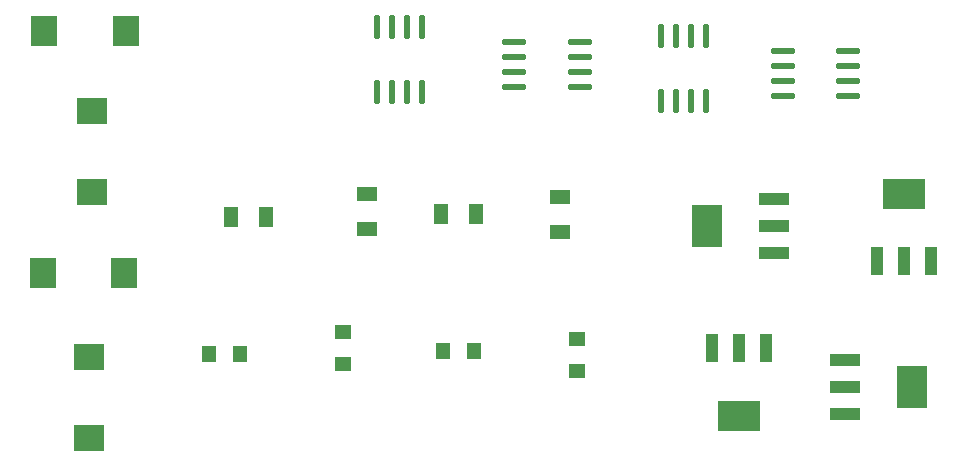
<source format=gtl>
G04 Layer: TopLayer*
G04 EasyEDA v6.5.22, 2022-12-21 08:12:38*
G04 8e17229fd1eb40258f3fcda7e00a02c7,ccb042887e1b45bcae5c3cd8497bc615,10*
G04 Gerber Generator version 0.2*
G04 Scale: 100 percent, Rotated: No, Reflected: No *
G04 Dimensions in millimeters *
G04 leading zeros omitted , absolute positions ,4 integer and 5 decimal *
%FSLAX45Y45*%
%MOMM*%

%AMMACRO1*21,1,$1,$2,0,0,$3*%
%ADD10O,0.58801X2.0450048*%
%ADD11O,2.0450048X0.58801*%
%ADD12MACRO1,1.701X1.2075X90.0000*%
%ADD13MACRO1,1.701X1.2075X0.0000*%
%ADD14R,1.7010X1.2075*%
%ADD15MACRO1,1.701X1.2075X-90.0000*%
%ADD16R,1.2000X1.4000*%
%ADD17R,1.4000X1.2000*%
%ADD18MACRO1,1.05X2.465X90.0000*%
%ADD19MACRO1,3.54X2.465X-90.0000*%
%ADD20R,1.0500X2.4650*%
%ADD21MACRO1,3.54X2.465X0.0000*%
%ADD22MACRO1,1.05X2.465X-90.0000*%
%ADD23MACRO1,3.54X2.465X90.0000*%
%ADD24MACRO1,2.592X2.185X90.0000*%
%ADD25R,2.1850X2.5920*%
%ADD26MACRO1,2.592X2.185X0.0000*%
%ADD27MACRO1,2.592X2.185X-90.0000*%

%LPD*%
D10*
G01*
X4216400Y3735959D03*
G01*
X4343400Y3735959D03*
G01*
X4470400Y3735959D03*
G01*
X4597400Y3735959D03*
G01*
X4216400Y4290440D03*
G01*
X4343400Y4290440D03*
G01*
X4470400Y4290440D03*
G01*
X4597400Y4290440D03*
D11*
G01*
X5928740Y3784600D03*
G01*
X5928740Y3911600D03*
G01*
X5928740Y4038600D03*
G01*
X5928740Y4165600D03*
G01*
X5374259Y3784600D03*
G01*
X5374259Y3911600D03*
G01*
X5374259Y4038600D03*
G01*
X5374259Y4165600D03*
D10*
G01*
X6997700Y4214240D03*
G01*
X6870700Y4214240D03*
G01*
X6743700Y4214240D03*
G01*
X6616700Y4214240D03*
G01*
X6997700Y3659759D03*
G01*
X6870700Y3659759D03*
G01*
X6743700Y3659759D03*
G01*
X6616700Y3659759D03*
D11*
G01*
X7647559Y4089400D03*
G01*
X7647559Y3962400D03*
G01*
X7647559Y3835400D03*
G01*
X7647559Y3708400D03*
G01*
X8202040Y4089400D03*
G01*
X8202040Y3962400D03*
G01*
X8202040Y3835400D03*
G01*
X8202040Y3708400D03*
D12*
G01*
X3272076Y2679700D03*
G01*
X2976323Y2679700D03*
D13*
G01*
X4127500Y2878376D03*
D14*
G01*
X4127500Y2582621D03*
D15*
G01*
X4754323Y2705100D03*
G01*
X5050076Y2705100D03*
D13*
G01*
X5765800Y2557223D03*
D14*
G01*
X5765800Y2852978D03*
D16*
G01*
X2785999Y1524000D03*
G01*
X3056000Y1524000D03*
D17*
G01*
X3924300Y1439798D03*
G01*
X3924300Y1709801D03*
D16*
G01*
X5037200Y1549400D03*
G01*
X4767199Y1549400D03*
D17*
G01*
X5905500Y1646301D03*
G01*
X5905500Y1376298D03*
D18*
G01*
X7575550Y2373500D03*
G01*
X7575550Y2603500D03*
G01*
X7575550Y2833499D03*
D19*
G01*
X7004050Y2603500D03*
D20*
G01*
X8444102Y2305050D03*
G01*
X8674100Y2305050D03*
G01*
X8904097Y2305050D03*
D21*
G01*
X8674100Y2876550D03*
D20*
G01*
X7507097Y1568450D03*
G01*
X7277100Y1568450D03*
G01*
X7047102Y1568450D03*
D21*
G01*
X7277100Y996950D03*
D22*
G01*
X8172450Y1474599D03*
G01*
X8172450Y1244600D03*
G01*
X8172450Y1014600D03*
D23*
G01*
X8743950Y1244600D03*
D24*
G01*
X2083561Y4254500D03*
D25*
G01*
X1396237Y4254500D03*
D26*
G01*
X1803399Y2894838D03*
G01*
X1803399Y3582161D03*
D27*
G01*
X1383538Y2209800D03*
D25*
G01*
X2070861Y2209800D03*
D26*
G01*
X1778000Y1499361D03*
G01*
X1778000Y812038D03*
M02*

</source>
